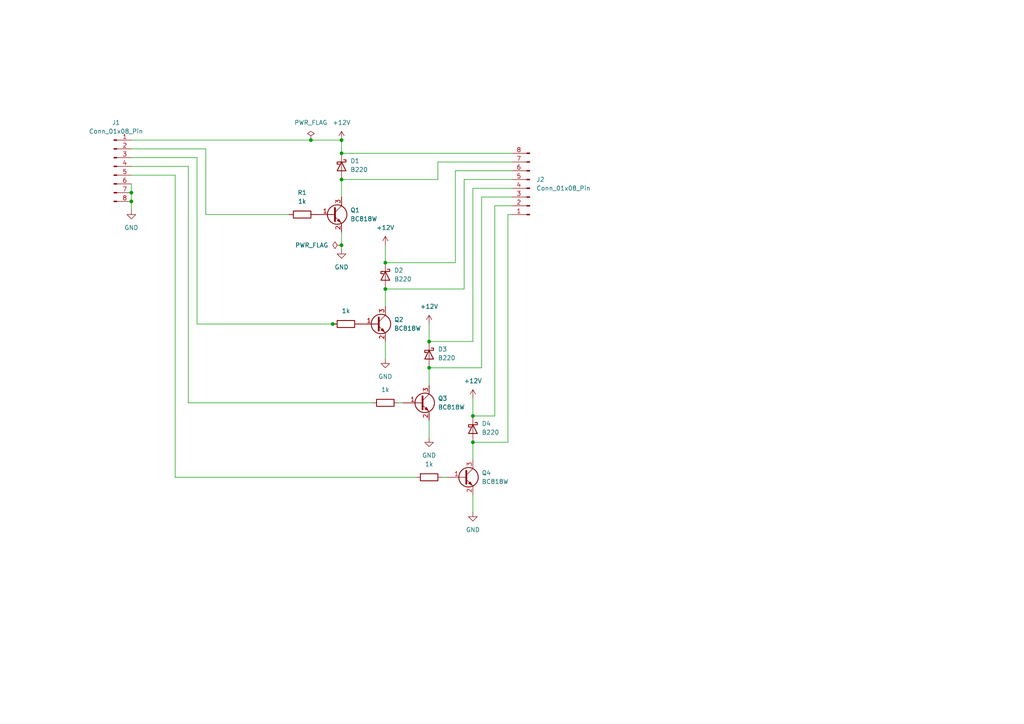
<source format=kicad_sch>
(kicad_sch (version 20230121) (generator eeschema)
  (paper "A4")
  (lib_symbols
    (symbol "Connector:Conn_01x08_Pin" (pin_names (offset 1.016) hide)
      (property "Reference" "J" (at 0 10.16 0))
      (property "Value" "Conn_01x08_Pin" (at 0 -12.7 0))
      (symbol "Conn_01x08_Pin_1_1"
        (polyline (pts (xy 1.27 -10.16) (xy 0.8636 -10.16)) (stroke (width 0.1524)))
        (polyline (pts (xy 1.27 -7.62) (xy 0.8636 -7.62)) (stroke (width 0.1524)))
        (polyline (pts (xy 1.27 -5.08) (xy 0.8636 -5.08)) (stroke (width 0.1524)))
        (polyline (pts (xy 1.27 -2.54) (xy 0.8636 -2.54)) (stroke (width 0.1524)))
        (polyline (pts (xy 1.27 0) (xy 0.8636 0)) (stroke (width 0.1524)))
        (polyline (pts (xy 1.27 2.54) (xy 0.8636 2.54)) (stroke (width 0.1524)))
        (polyline (pts (xy 1.27 5.08) (xy 0.8636 5.08)) (stroke (width 0.1524)))
        (polyline (pts (xy 1.27 7.62) (xy 0.8636 7.62)) (stroke (width 0.1524)))
        (rectangle (start 0.8636 -10.033) (end 0 -10.287) (stroke (width 0.1524)) (fill (type outline)))
        (rectangle (start 0.8636 -7.493) (end 0 -7.747) (stroke (width 0.1524)) (fill (type outline)))
        (rectangle (start 0.8636 -4.953) (end 0 -5.207) (stroke (width 0.1524)) (fill (type outline)))
        (rectangle (start 0.8636 -2.413) (end 0 -2.667) (stroke (width 0.1524)) (fill (type outline)))
        (rectangle (start 0.8636 0.127) (end 0 -0.127) (stroke (width 0.1524)) (fill (type outline)))
        (rectangle (start 0.8636 2.667) (end 0 2.413) (stroke (width 0.1524)) (fill (type outline)))
        (rectangle (start 0.8636 5.207) (end 0 4.953) (stroke (width 0.1524)) (fill (type outline)))
        (rectangle (start 0.8636 7.747) (end 0 7.493) (stroke (width 0.1524)) (fill (type outline)))
        (pin passive line (at 5.08 7.62 180) (length 3.81) (name "Pin_1") (number "1"))
        (pin passive line (at 5.08 5.08 180) (length 3.81) (name "Pin_2") (number "2"))
        (pin passive line (at 5.08 2.54 180) (length 3.81) (name "Pin_3") (number "3"))
        (pin passive line (at 5.08 0 180) (length 3.81) (name "Pin_4") (number "4"))
        (pin passive line (at 5.08 -2.54 180) (length 3.81) (name "Pin_5") (number "5"))
        (pin passive line (at 5.08 -5.08 180) (length 3.81) (name "Pin_6") (number "6"))
        (pin passive line (at 5.08 -7.62 180) (length 3.81) (name "Pin_7") (number "7"))
        (pin passive line (at 5.08 -10.16 180) (length 3.81) (name "Pin_8") (number "8"))
      )
    )
    (symbol "Device:R" (pin_numbers hide) (pin_names (offset 0))
      (property "Reference" "R" (at 2.032 0 90))
      (property "Value" "R" (at 0 0 90))
      (symbol "R_0_1"
        (rectangle (start -1.016 -2.54) (end 1.016 2.54) (stroke (width 0.254)))
      )
      (symbol "R_1_1"
        (pin passive line (at 0 3.81 270) (length 1.27) (name "~") (number "1"))
        (pin passive line (at 0 -3.81 90) (length 1.27) (name "~") (number "2"))
      )
    )
    (symbol "Diode:B220" (pin_numbers hide) (pin_names (offset 1.016) hide)
      (property "Reference" "D" (at 0 2.54 0))
      (property "Value" "B220" (at 0 -2.54 0))
      (symbol "B220_0_1"
        (polyline (pts (xy 1.27 0) (xy -1.27 0)))
        (polyline (pts (xy 1.27 1.27) (xy 1.27 -1.27) (xy -1.27 0) (xy 1.27 1.27)) (stroke (width 0.254)))
        (polyline (pts (xy -1.905 0.635) (xy -1.905 1.27) (xy -1.27 1.27) (xy -1.27 -1.27) (xy -0.635 -1.27) (xy -0.635 -0.635)) (stroke (width 0.254)))
      )
      (symbol "B220_1_1"
        (pin passive line (at -3.81 0 0) (length 2.54) (name "K") (number "1"))
        (pin passive line (at 3.81 0 180) (length 2.54) (name "A") (number "2"))
      )
    )
    (symbol "Transistor_BJT:BC818W" (pin_names (offset 0) hide)
      (property "Reference" "Q" (at 5.08 1.905 0))
      (property "Value" "BC818W" (at 5.08 0 0))
      (symbol "BC818W_0_1"
        (polyline (pts (xy 0.635 0.635) (xy 2.54 2.54)))
        (polyline (pts (xy 0.635 -0.635) (xy 2.54 -2.54) (xy 2.54 -2.54)))
        (polyline (pts (xy 0.635 1.905) (xy 0.635 -1.905) (xy 0.635 -1.905)) (stroke (width 0.508)))
        (polyline (pts (xy 1.27 -1.778) (xy 1.778 -1.27) (xy 2.286 -2.286) (xy 1.27 -1.778) (xy 1.27 -1.778)) (fill (type outline)))
        (circle (center 1.27 0) (radius 2.8194) (stroke (width 0.254)))
      )
      (symbol "BC818W_1_1"
        (pin input line (at -5.08 0 0) (length 5.715) (name "B") (number "1"))
        (pin passive line (at 2.54 -5.08 90) (length 2.54) (name "E") (number "2"))
        (pin passive line (at 2.54 5.08 270) (length 2.54) (name "C") (number "3"))
      )
    )
    (symbol "power:+12V" (power) (pin_names (offset 0))
      (property "Value" "+12V" (at 0 3.556 0))
      (symbol "+12V_0_1"
        (polyline (pts (xy -0.762 1.27) (xy 0 2.54)))
        (polyline (pts (xy 0 0) (xy 0 2.54)))
        (polyline (pts (xy 0 2.54) (xy 0.762 1.27)))
      )
      (symbol "+12V_1_1"
        (pin power_in line (at 0 0 90) (length 0) hide (name "+12V") (number "1"))
      )
    )
    (symbol "power:GND" (power) (pin_names (offset 0))
      (property "Value" "GND" (at 0 -3.81 0))
      (symbol "GND_0_1"
        (polyline (pts (xy 0 0) (xy 0 -1.27) (xy 1.27 -1.27) (xy 0 -2.54) (xy -1.27 -1.27) (xy 0 -1.27)))
      )
      (symbol "GND_1_1"
        (pin power_in line (at 0 0 270) (length 0) hide (name "GND") (number "1"))
      )
    )
    (symbol "power:PWR_FLAG" (power) (pin_numbers hide) (pin_names (offset 0) hide)
      (property "Value" "PWR_FLAG" (at 0 3.81 0))
      (symbol "PWR_FLAG_0_0"
        (pin power_out line (at 0 0 90) (length 0) (name "pwr") (number "1"))
      )
      (symbol "PWR_FLAG_0_1"
        (polyline (pts (xy 0 0) (xy 0 1.27) (xy -1.016 1.905) (xy 0 2.54) (xy 1.016 1.905) (xy 0 1.27)))
      )
    )
  )
  (junction (at 124.46 99.06))
  (junction (at 38.1 58.42))
  (junction (at 90.17 40.64))
  (junction (at 137.16 120.65))
  (junction (at 99.06 44.45))
  (junction (at 137.16 128.27))
  (junction (at 124.46 106.68))
  (junction (at 99.06 71.12))
  (junction (at 111.76 76.2))
  (junction (at 99.06 40.64))
  (junction (at 111.76 83.82))
  (junction (at 96.52 93.98))
  (junction (at 38.1 55.88))
  (junction (at 99.06 52.07))
  (wire (pts (xy 111.76 76.2) (xy 132.08 76.2)))
  (wire (pts (xy 50.8 138.43) (xy 120.65 138.43)))
  (wire (pts (xy 59.69 62.23) (xy 59.69 43.18)))
  (wire (pts (xy 59.69 43.18) (xy 38.1 43.18)))
  (wire (pts (xy 137.16 133.35) (xy 137.16 128.27)))
  (wire (pts (xy 99.06 40.64) (xy 99.06 44.45)))
  (wire (pts (xy 137.16 115.57) (xy 137.16 120.65)))
  (wire (pts (xy 38.1 45.72) (xy 57.15 45.72)))
  (wire (pts (xy 132.08 49.53) (xy 148.59 49.53)))
  (wire (pts (xy 99.06 44.45) (xy 148.59 44.45)))
  (wire (pts (xy 143.51 120.65) (xy 137.16 120.65)))
  (wire (pts (xy 137.16 143.51) (xy 137.16 148.59)))
  (wire (pts (xy 139.7 57.15) (xy 139.7 106.68)))
  (wire (pts (xy 124.46 111.76) (xy 124.46 106.68)))
  (wire (pts (xy 143.51 59.69) (xy 148.59 59.69)))
  (wire (pts (xy 129.54 138.43) (xy 128.27 138.43)))
  (wire (pts (xy 137.16 54.61) (xy 148.59 54.61)))
  (wire (pts (xy 124.46 121.92) (xy 124.46 127)))
  (wire (pts (xy 143.51 59.69) (xy 143.51 120.65)))
  (wire (pts (xy 132.08 76.2) (xy 132.08 49.53)))
  (wire (pts (xy 147.32 128.27) (xy 147.32 62.23)))
  (wire (pts (xy 54.61 116.84) (xy 107.95 116.84)))
  (wire (pts (xy 57.15 45.72) (xy 57.15 93.98)))
  (wire (pts (xy 99.06 57.15) (xy 99.06 52.07)))
  (wire (pts (xy 59.69 62.23) (xy 83.82 62.23)))
  (wire (pts (xy 99.06 71.12) (xy 99.06 72.39)))
  (wire (pts (xy 38.1 58.42) (xy 38.1 60.96)))
  (wire (pts (xy 99.06 52.07) (xy 127 52.07)))
  (wire (pts (xy 127 52.07) (xy 127 46.99)))
  (wire (pts (xy 111.76 83.82) (xy 134.62 83.82)))
  (wire (pts (xy 134.62 52.07) (xy 148.59 52.07)))
  (wire (pts (xy 50.8 138.43) (xy 50.8 50.8)))
  (wire (pts (xy 111.76 99.06) (xy 111.76 104.14)))
  (wire (pts (xy 116.84 116.84) (xy 115.57 116.84)))
  (wire (pts (xy 134.62 52.07) (xy 134.62 83.82)))
  (wire (pts (xy 124.46 106.68) (xy 139.7 106.68)))
  (wire (pts (xy 38.1 53.34) (xy 38.1 55.88)))
  (wire (pts (xy 57.15 93.98) (xy 96.52 93.98)))
  (wire (pts (xy 147.32 62.23) (xy 148.59 62.23)))
  (wire (pts (xy 111.76 71.12) (xy 111.76 76.2)))
  (wire (pts (xy 124.46 93.98) (xy 124.46 99.06)))
  (wire (pts (xy 124.46 99.06) (xy 137.16 99.06)))
  (wire (pts (xy 38.1 55.88) (xy 38.1 58.42)))
  (wire (pts (xy 111.76 88.9) (xy 111.76 83.82)))
  (wire (pts (xy 90.17 40.64) (xy 99.06 40.64)))
  (wire (pts (xy 38.1 48.26) (xy 54.61 48.26)))
  (wire (pts (xy 99.06 67.31) (xy 99.06 71.12)))
  (wire (pts (xy 38.1 40.64) (xy 90.17 40.64)))
  (wire (pts (xy 54.61 48.26) (xy 54.61 116.84)))
  (wire (pts (xy 96.52 93.98) (xy 97.79 93.98)))
  (wire (pts (xy 137.16 128.27) (xy 147.32 128.27)))
  (wire (pts (xy 139.7 57.15) (xy 148.59 57.15)))
  (wire (pts (xy 137.16 99.06) (xy 137.16 54.61)))
  (wire (pts (xy 127 46.99) (xy 148.59 46.99)))
  (wire (pts (xy 50.8 50.8) (xy 38.1 50.8)))
  (symbol (lib_id "power:GND") (at 99.06 72.39 0) (unit 1)
    (property "Reference" "#PWR01" (effects hide))
    (property "Value" "GND" (at 99.06 77.47 0))
  )
  (symbol (lib_id "power:+12V") (at 124.46 93.98 0) (unit 1)
    (property "Reference" "#PWR02" (effects hide))
    (property "Value" "+12V" (at 124.46 88.9 0))
  )
  (symbol (lib_id "Diode:B220") (at 137.16 124.46 270) (unit 1)
    (property "Reference" "D4" (at 139.7 122.8725 90) (effects (justify left)))
    (property "Value" "B220" (at 139.7 125.4125 90) (effects (justify left)))
    (property "Footprint" "Diode_SMD:D_SMB" (effects hide))
    (property "Datasheet" "http://www.jameco.com/Jameco/Products/ProdDS/1538777.pdf" (effects hide))
  )
  (symbol (lib_id "Transistor_BJT:BC818W") (at 109.22 93.98 0) (unit 1)
    (property "Reference" "Q2" (at 114.3 92.71 0) (effects (justify left)))
    (property "Value" "BC818W" (at 114.3 95.25 0) (effects (justify left)))
    (property "Footprint" "Package_TO_SOT_SMD:SOT-323_SC-70" (effects hide))
    (property "Datasheet" "https://www.onsemi.com/pub/Collateral/BC818-D.pdf" (effects hide))
  )
  (symbol (lib_id "Device:R") (at 100.33 93.98 90) (unit 1)
    (property "Reference" "R2" (effects hide))
    (property "Value" "1k" (at 100.33 90.17 90))
    (property "Footprint" "Resistor_SMD:R_0603_1608Metric" (effects hide))
  )
  (symbol (lib_id "Diode:B220") (at 124.46 102.87 270) (unit 1)
    (property "Reference" "D3" (at 127 101.2825 90) (effects (justify left)))
    (property "Value" "B220" (at 127 103.8225 90) (effects (justify left)))
    (property "Footprint" "Diode_SMD:D_SMB" (effects hide))
    (property "Datasheet" "http://www.jameco.com/Jameco/Products/ProdDS/1538777.pdf" (effects hide))
  )
  (symbol (lib_id "power:GND") (at 137.16 148.59 0) (unit 1)
    (property "Reference" "#PWR08" (effects hide))
    (property "Value" "GND" (at 137.16 153.67 0))
  )
  (symbol (lib_id "power:+12V") (at 99.06 40.64 0) (unit 1)
    (property "Reference" "#PWR03" (effects hide))
    (property "Value" "+12V" (at 99.06 35.56 0))
  )
  (symbol (lib_id "power:PWR_FLAG") (at 99.06 71.12 90) (unit 1)
    (property "Reference" "#FLG02" (effects hide))
    (property "Value" "PWR_FLAG" (at 95.25 71.12 90) (effects (justify left)))
  )
  (symbol (lib_id "Device:R") (at 87.63 62.23 90) (unit 1)
    (property "Reference" "R1" (at 87.63 55.88 90))
    (property "Value" "1k" (at 87.63 58.42 90))
    (property "Footprint" "Resistor_SMD:R_0603_1608Metric" (effects hide))
  )
  (symbol (lib_id "Device:R") (at 111.76 116.84 90) (unit 1)
    (property "Reference" "R3" (effects hide))
    (property "Value" "1k" (at 111.76 113.03 90))
    (property "Footprint" "Resistor_SMD:R_0603_1608Metric" (effects hide))
  )
  (symbol (lib_id "power:GND") (at 124.46 127 0) (unit 1)
    (property "Reference" "#PWR04" (effects hide))
    (property "Value" "GND" (at 124.46 132.08 0))
  )
  (symbol (lib_id "power:GND") (at 111.76 104.14 0) (unit 1)
    (property "Reference" "#PWR05" (effects hide))
    (property "Value" "GND" (at 111.76 109.22 0))
  )
  (symbol (lib_id "Diode:B220") (at 111.76 80.01 270) (unit 1)
    (property "Reference" "D2" (at 114.3 78.4225 90) (effects (justify left)))
    (property "Value" "B220" (at 114.3 80.9625 90) (effects (justify left)))
    (property "Footprint" "Diode_SMD:D_SMB" (effects hide))
    (property "Datasheet" "http://www.jameco.com/Jameco/Products/ProdDS/1538777.pdf" (effects hide))
  )
  (symbol (lib_id "Device:R") (at 124.46 138.43 90) (unit 1)
    (property "Reference" "R4" (effects hide))
    (property "Value" "1k" (at 124.46 134.62 90))
    (property "Footprint" "Resistor_SMD:R_0603_1608Metric" (effects hide))
  )
  (symbol (lib_id "power:GND") (at 38.1 60.96 0) (unit 1)
    (property "Reference" "#PWR09" (effects hide))
    (property "Value" "GND" (at 38.1 66.04 0))
  )
  (symbol (lib_id "power:PWR_FLAG") (at 90.17 40.64 0) (unit 1)
    (property "Reference" "#FLG01" (effects hide))
    (property "Value" "PWR_FLAG" (at 90.17 35.56 0))
  )
  (symbol (lib_id "Transistor_BJT:BC818W") (at 134.62 138.43 0) (unit 1)
    (property "Reference" "Q4" (at 139.7 137.16 0) (effects (justify left)))
    (property "Value" "BC818W" (at 139.7 139.7 0) (effects (justify left)))
    (property "Footprint" "Package_TO_SOT_SMD:SOT-323_SC-70" (effects hide))
    (property "Datasheet" "https://www.onsemi.com/pub/Collateral/BC818-D.pdf" (effects hide))
  )
  (symbol (lib_id "power:+12V") (at 137.16 115.57 0) (unit 1)
    (property "Reference" "#PWR07" (effects hide))
    (property "Value" "+12V" (at 137.16 110.49 0))
  )
  (symbol (lib_id "Transistor_BJT:BC818W") (at 96.52 62.23 0) (unit 1)
    (property "Reference" "Q1" (at 101.6 60.96 0) (effects (justify left)))
    (property "Value" "BC818W" (at 101.6 63.5 0) (effects (justify left)))
    (property "Footprint" "Package_TO_SOT_SMD:SOT-323_SC-70" (effects hide))
    (property "Datasheet" "https://www.onsemi.com/pub/Collateral/BC818-D.pdf" (effects hide))
  )
  (symbol (lib_id "Transistor_BJT:BC818W") (at 121.92 116.84 0) (unit 1)
    (property "Reference" "Q3" (at 127 115.57 0) (effects (justify left)))
    (property "Value" "BC818W" (at 127 118.11 0) (effects (justify left)))
    (property "Footprint" "Package_TO_SOT_SMD:SOT-323_SC-70" (effects hide))
    (property "Datasheet" "https://www.onsemi.com/pub/Collateral/BC818-D.pdf" (effects hide))
  )
  (symbol (lib_id "Connector:Conn_01x08_Pin") (at 33.02 48.26 0) (unit 1)
    (property "Reference" "J1" (at 33.655 35.56 0))
    (property "Value" "Conn_01x08_Pin" (at 33.655 38.1 0))
    (property "Footprint" "Connector_PinHeader_2.54mm:PinHeader_1x08_P2.54mm_Vertical" (effects hide))
  )
  (symbol (lib_id "Connector:Conn_01x08_Pin") (at 153.67 54.61 180) (unit 1)
    (property "Reference" "J2" (at 155.5509 52.07 0) (effects (justify right)))
    (property "Value" "Conn_01x08_Pin" (at 155.5509 54.61 0) (effects (justify right)))
    (property "Footprint" "Connector_PinHeader_2.54mm:PinHeader_1x08_P2.54mm_Vertical" (effects hide))
  )
  (symbol (lib_id "Diode:B220") (at 99.06 48.26 270) (unit 1)
    (property "Reference" "D1" (at 101.6 46.6725 90) (effects (justify left)))
    (property "Value" "B220" (at 101.6 49.2125 90) (effects (justify left)))
    (property "Footprint" "Diode_SMD:D_SMB" (effects hide))
    (property "Datasheet" "http://www.jameco.com/Jameco/Products/ProdDS/1538777.pdf" (effects hide))
  )
  (symbol (lib_id "power:+12V") (at 111.76 71.12 0) (unit 1)
    (property "Reference" "#PWR06" (effects hide))
    (property "Value" "+12V" (at 111.76 66.04 0))
  )
)
</source>
